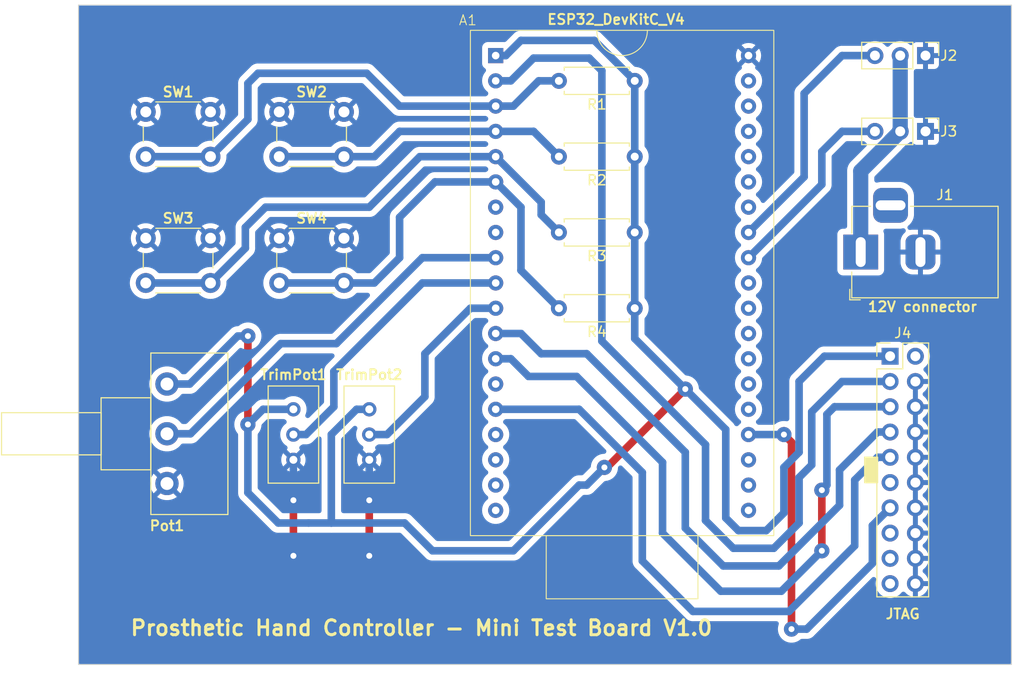
<source format=kicad_pcb>
(kicad_pcb (version 20221018) (generator pcbnew)
  (title_block (title "Mini Test Board") (date "2023-09-01") (rev "v1.0") (company "ProstheticHand") (comment 2 "creativecommons.org/license/by/4.0/") (comment 3 "License: CC BY 4.0") (comment 4 "Author: aleksaheler@gmail.com"))
  (layers (0 "F.Cu" signal) (31 "B.Cu" signal) (34 "B.Paste" user) (35 "F.Paste" user) (36 "B.SilkS" user "B.Silkscreen") (37 "F.SilkS" user "F.Silkscreen") (38 "B.Mask" user) (39 "F.Mask" user) (44 "Edge.Cuts" user))
  (net 0 "")
  (net 1 "VCC")
  (net 2 "Net-(A1-EN)")
  (net 3 "Net-(A1-VP)")
  (net 4 "Net-(A1-VN)")
  (net 5 "Net-(A1-34)")
  (net 6 "Net-(A1-35)")
  (net 9 "Net-(A1-25)")
  (net 10 "Net-(A1-26)")
  (net 11 "Net-(A1-27)")
  (net 12 "Net-(A1-14)")
  (net 13 "Net-(A1-12)")
  (net 15 "Net-(A1-13)")
  (net 23 "Net-(A1-15)")
  (net 30 "Net-(A1-18)")
  (net 31 "Net-(A1-19)")
  (net 38 "GND")
  (net 39 "Net-(J2-Pin_2)")
  (footprint "Button_Switch_THT:SW_PUSH_6mm" (layer "F.Cu") (at 91.85 64.08)
    (fp_text reference "SW1" (at 3.25 -2) (layer "F.SilkS") (effects (font (thickness 0.2) bold)))
    (fp_text value "SW_Push")
    (fp_line (start -0.25 1.5) (end -0.25 3) (stroke (width 0.12)) (layer "F.SilkS"))
    (fp_line (start 1 5.5) (end 5.5 5.5) (stroke (width 0.12)) (layer "F.SilkS"))
    (fp_line (start 5.5 -1) (end 1 -1) (stroke (width 0.12)) (layer "F.SilkS"))
    (fp_line (start 6.75 3) (end 6.75 1.5) (stroke (width 0.12)) (layer "F.SilkS"))
    (pad "1" thru_hole circle (at 0 0 90) (size 2 2) (drill 1.1) (layers "*.Cu" "*.Mask") (net 38 "GND"))
    (pad "1" thru_hole circle (at 6.5 0 90) (size 2 2) (drill 1.1) (layers "*.Cu" "*.Mask") (net 38 "GND"))
    (pad "2" thru_hole circle (at 0 4.5 90) (size 2 2) (drill 1.1) (layers "*.Cu" "*.Mask") (net 3 "Net-(A1-VP)"))
    (pad "2" thru_hole circle (at 6.5 4.5 90) (size 2 2) (drill 1.1) (layers "*.Cu" "*.Mask") (net 3 "Net-(A1-VP)"))
  )
  (footprint "Potentiometer_THT:Potentiometer_Bourns_3386C_Horizontal" (layer "F.Cu") (at 114.3 93.98)
    (fp_text reference "TrimPot2" (at 0 -3.475) (layer "F.SilkS") (effects (font (thickness 0.2) bold)))
    (fp_text value "10k")
    (fp_line (start -2.535 -2.345) (end -2.535 7.425) (stroke (width 0.12)) (layer "F.SilkS"))
    (fp_line (start -2.535 -2.345) (end 2.535 -2.345) (stroke (width 0.12)) (layer "F.SilkS"))
    (fp_line (start -2.535 7.425) (end 2.535 7.425) (stroke (width 0.12)) (layer "F.SilkS"))
    (fp_line (start 2.535 -2.345) (end 2.535 7.425) (stroke (width 0.12)) (layer "F.SilkS"))
    (pad "1" thru_hole circle (at 0 0) (size 1.44 1.44) (drill 0.8) (layers "*.Cu" "*.Mask") (net 1 "VCC"))
    (pad "2" thru_hole circle (at 0 2.54) (size 1.44 1.44) (drill 0.8) (layers "*.Cu" "*.Mask") (net 11 "Net-(A1-27)"))
    (pad "3" thru_hole circle (at 0 5.08) (size 1.44 1.44) (drill 0.8) (layers "*.Cu" "*.Mask") (net 38 "GND"))
  )
  (footprint "Resistor_THT:R_Axial_DIN0207_L6.3mm_D2.5mm_P7.62mm_Horizontal" (layer "F.Cu") (at 140.97 68.58 180)
    (fp_text reference "R2" (at 3.81 -2.37) (layer "F.SilkS"))
    (fp_text value "10k")
    (fp_line (start 0.54 -1.37) (end 7.08 -1.37) (stroke (width 0.12)) (layer "F.SilkS"))
    (fp_line (start 0.54 -1.04) (end 0.54 -1.37) (stroke (width 0.12)) (layer "F.SilkS"))
    (fp_line (start 0.54 1.04) (end 0.54 1.37) (stroke (width 0.12)) (layer "F.SilkS"))
    (fp_line (start 0.54 1.37) (end 7.08 1.37) (stroke (width 0.12)) (layer "F.SilkS"))
    (fp_line (start 7.08 -1.37) (end 7.08 -1.04) (stroke (width 0.12)) (layer "F.SilkS"))
    (fp_line (start 7.08 1.37) (end 7.08 1.04) (stroke (width 0.12)) (layer "F.SilkS"))
    (pad "1" thru_hole circle (at 0 0 180) (size 1.6 1.6) (drill 0.8) (layers "*.Cu" "*.Mask") (net 1 "VCC"))
    (pad "2" thru_hole oval (at 7.62 0 180) (size 1.6 1.6) (drill 0.8) (layers "*.Cu" "*.Mask") (net 4 "Net-(A1-VN)"))
  )
  (footprint "Button_Switch_THT:SW_PUSH_6mm" (layer "F.Cu") (at 105.26 76.78)
    (fp_text reference "SW4" (at 3.25 -2) (layer "F.SilkS") (effects (font (thickness 0.2) bold)))
    (fp_text value "SW_Push")
    (fp_line (start -0.25 1.5) (end -0.25 3) (stroke (width 0.12)) (layer "F.SilkS"))
    (fp_line (start 1 5.5) (end 5.5 5.5) (stroke (width 0.12)) (layer "F.SilkS"))
    (fp_line (start 5.5 -1) (end 1 -1) (stroke (width 0.12)) (layer "F.SilkS"))
    (fp_line (start 6.75 3) (end 6.75 1.5) (stroke (width 0.12)) (layer "F.SilkS"))
    (pad "1" thru_hole circle (at 0 0 90) (size 2 2) (drill 1.1) (layers "*.Cu" "*.Mask") (net 38 "GND"))
    (pad "1" thru_hole circle (at 6.5 0 90) (size 2 2) (drill 1.1) (layers "*.Cu" "*.Mask") (net 38 "GND"))
    (pad "2" thru_hole circle (at 0 4.5 90) (size 2 2) (drill 1.1) (layers "*.Cu" "*.Mask") (net 6 "Net-(A1-35)"))
    (pad "2" thru_hole circle (at 6.5 4.5 90) (size 2 2) (drill 1.1) (layers "*.Cu" "*.Mask") (net 6 "Net-(A1-35)"))
  )
  (footprint "Resistor_THT:R_Axial_DIN0207_L6.3mm_D2.5mm_P7.62mm_Horizontal" (layer "F.Cu") (at 140.97 76.2 180)
    (fp_text reference "R3" (at 3.81 -2.37) (layer "F.SilkS"))
    (fp_text value "10k")
    (fp_line (start 0.54 -1.37) (end 7.08 -1.37) (stroke (width 0.12)) (layer "F.SilkS"))
    (fp_line (start 0.54 -1.04) (end 0.54 -1.37) (stroke (width 0.12)) (layer "F.SilkS"))
    (fp_line (start 0.54 1.04) (end 0.54 1.37) (stroke (width 0.12)) (layer "F.SilkS"))
    (fp_line (start 0.54 1.37) (end 7.08 1.37) (stroke (width 0.12)) (layer "F.SilkS"))
    (fp_line (start 7.08 -1.37) (end 7.08 -1.04) (stroke (width 0.12)) (layer "F.SilkS"))
    (fp_line (start 7.08 1.37) (end 7.08 1.04) (stroke (width 0.12)) (layer "F.SilkS"))
    (pad "1" thru_hole circle (at 0 0 180) (size 1.6 1.6) (drill 0.8) (layers "*.Cu" "*.Mask") (net 1 "VCC"))
    (pad "2" thru_hole oval (at 7.62 0 180) (size 1.6 1.6) (drill 0.8) (layers "*.Cu" "*.Mask") (net 5 "Net-(A1-34)"))
  )
  (footprint "Potentiometer_THT:Potentiometer_Bourns_3386C_Horizontal" (layer "F.Cu") (at 106.68 93.98)
    (fp_text reference "TrimPot1" (at 0 -3.475) (layer "F.SilkS") (effects (font (thickness 0.2) bold)))
    (fp_text value "10k")
    (fp_line (start -2.535 -2.345) (end -2.535 7.425) (stroke (width 0.12)) (layer "F.SilkS"))
    (fp_line (start -2.535 -2.345) (end 2.535 -2.345) (stroke (width 0.12)) (layer "F.SilkS"))
    (fp_line (start -2.535 7.425) (end 2.535 7.425) (stroke (width 0.12)) (layer "F.SilkS"))
    (fp_line (start 2.535 -2.345) (end 2.535 7.425) (stroke (width 0.12)) (layer "F.SilkS"))
    (pad "1" thru_hole circle (at 0 0) (size 1.44 1.44) (drill 0.8) (layers "*.Cu" "*.Mask") (net 1 "VCC"))
    (pad "2" thru_hole circle (at 0 2.54) (size 1.44 1.44) (drill 0.8) (layers "*.Cu" "*.Mask") (net 10 "Net-(A1-26)"))
    (pad "3" thru_hole circle (at 0 5.08) (size 1.44 1.44) (drill 0.8) (layers "*.Cu" "*.Mask") (net 38 "GND"))
  )
  (footprint "Connector_PinHeader_2.54mm:PinHeader_1x03_P2.54mm_Vertical" (layer "F.Cu") (at 170.18 58.42 -90)
    (fp_text reference "J2" (at 0 -2.33 -180) (layer "F.SilkS"))
    (fp_text value "Servo 1")
    (fp_line (start -1.33 -1.33) (end 0 -1.33) (stroke (width 0.12)) (layer "F.SilkS"))
    (fp_line (start -1.33 0) (end -1.33 -1.33) (stroke (width 0.12)) (layer "F.SilkS"))
    (fp_line (start -1.33 1.27) (end -1.33 6.41) (stroke (width 0.12)) (layer "F.SilkS"))
    (fp_line (start -1.33 1.27) (end 1.33 1.27) (stroke (width 0.12)) (layer "F.SilkS"))
    (fp_line (start -1.33 6.41) (end 1.33 6.41) (stroke (width 0.12)) (layer "F.SilkS"))
    (fp_line (start 1.33 1.27) (end 1.33 6.41) (stroke (width 0.12)) (layer "F.SilkS"))
    (pad "1" thru_hole rect (at 0 0 270) (size 1.7 1.7) (drill 1) (layers "*.Cu" "*.Mask") (net 38 "GND"))
    (pad "2" thru_hole oval (at 0 2.54 270) (size 1.7 1.7) (drill 1) (layers "*.Cu" "*.Mask") (net 39 "Net-(J2-Pin_2)"))
    (pad "3" thru_hole oval (at 0 5.08 270) (size 1.7 1.7) (drill 1) (layers "*.Cu" "*.Mask") (net 31 "Net-(A1-19)"))
  )
  (footprint "Connector_PinHeader_2.54mm:PinHeader_1x03_P2.54mm_Vertical" (layer "F.Cu") (at 170.18 66.04 -90)
    (fp_text reference "J3" (at 0 -2.33 -180) (layer "F.SilkS"))
    (fp_text value "Servo 2")
    (fp_line (start -1.33 -1.33) (end 0 -1.33) (stroke (width 0.12)) (layer "F.SilkS"))
    (fp_line (start -1.33 0) (end -1.33 -1.33) (stroke (width 0.12)) (layer "F.SilkS"))
    (fp_line (start -1.33 1.27) (end -1.33 6.41) (stroke (width 0.12)) (layer "F.SilkS"))
    (fp_line (start -1.33 1.27) (end 1.33 1.27) (stroke (width 0.12)) (layer "F.SilkS"))
    (fp_line (start -1.33 6.41) (end 1.33 6.41) (stroke (width 0.12)) (layer "F.SilkS"))
    (fp_line (start 1.33 1.27) (end 1.33 6.41) (stroke (width 0.12)) (layer "F.SilkS"))
    (pad "1" thru_hole rect (at 0 0 270) (size 1.7 1.7) (drill 1) (layers "*.Cu" "*.Mask") (net 38 "GND"))
    (pad "2" thru_hole oval (at 0 2.54 270) (size 1.7 1.7) (drill 1) (layers "*.Cu" "*.Mask") (net 39 "Net-(J2-Pin_2)"))
    (pad "3" thru_hole oval (at 0 5.08 270) (size 1.7 1.7) (drill 1) (layers "*.Cu" "*.Mask") (net 30 "Net-(A1-18)"))
  )
  (footprint "Button_Switch_THT:SW_PUSH_6mm" (layer "F.Cu") (at 91.85 76.78)
    (fp_text reference "SW3" (at 3.25 -2) (layer "F.SilkS") (effects (font (thickness 0.2) bold)))
    (fp_text value "SW_Push")
    (fp_line (start -0.25 1.5) (end -0.25 3) (stroke (width 0.12)) (layer "F.SilkS"))
    (fp_line (start 1 5.5) (end 5.5 5.5) (stroke (width 0.12)) (layer "F.SilkS"))
    (fp_line (start 5.5 -1) (end 1 -1) (stroke (width 0.12)) (layer "F.SilkS"))
    (fp_line (start 6.75 3) (end 6.75 1.5) (stroke (width 0.12)) (layer "F.SilkS"))
    (pad "1" thru_hole circle (at 0 0 90) (size 2 2) (drill 1.1) (layers "*.Cu" "*.Mask") (net 38 "GND"))
    (pad "1" thru_hole circle (at 6.5 0 90) (size 2 2) (drill 1.1) (layers "*.Cu" "*.Mask") (net 38 "GND"))
    (pad "2" thru_hole circle (at 0 4.5 90) (size 2 2) (drill 1.1) (layers "*.Cu" "*.Mask") (net 5 "Net-(A1-34)"))
    (pad "2" thru_hole circle (at 6.5 4.5 90) (size 2 2) (drill 1.1) (layers "*.Cu" "*.Mask") (net 5 "Net-(A1-34)"))
  )
  (footprint "FootprintLibrary:ICM_ESP32_DevKitC_V4" (layer "F.Cu") (at 139.7 81.28 -90)
    (fp_text reference "A1" (at -26.416 15.494 unlocked) (layer "F.SilkS") (effects (font (thickness 0.1))))
    (fp_text value "ESP32")
    (fp_text user "ESP32_DevKitC_V4" (at -25.908 7.62 unlocked) (layer "F.SilkS") (effects (font (thickness 0.2) bold) (justify left bottom)))
    (fp_rect (start -25.4 -15.24) (end 25.4 15.24) (stroke (width 0.1)) (fill none) (layer "F.SilkS"))
    (fp_rect (start 25.4 -7.62) (end 31.75 7.62) (stroke (width 0.1)) (fill none) (layer "F.SilkS"))
    (fp_arc (start -25.4 -2.54) (mid -22.86 0) (end -25.4 2.54) (stroke (width 0.1)) (layer "F.SilkS"))
    (pad "1" thru_hole rect (at -22.86 12.7 270) (size 1.524 1.524) (drill 0.762) (layers "*.Cu" "*.Mask") (net 1 "VCC"))
    (pad "2" thru_hole circle (at -20.32 12.7 270) (size 1.524 1.524) (drill 0.762) (layers "*.Cu" "*.Mask") (net 2 "Net-(A1-EN)"))
    (pad "3" thru_hole circle (at -17.78 12.7 270) (size 1.524 1.524) (drill 0.762) (layers "*.Cu" "*.Mask") (net 3 "Net-(A1-VP)"))
    (pad "4" thru_hole circle (at -15.24 12.7 270) (size 1.524 1.524) (drill 0.762) (layers "*.Cu" "*.Mask") (net 4 "Net-(A1-VN)"))
    (pad "5" thru_hole circle (at -12.7 12.7 270) (size 1.524 1.524) (drill 0.762) (layers "*.Cu" "*.Mask") (net 5 "Net-(A1-34)"))
    (pad "6" thru_hole circle (at -10.16 12.7 270) (size 1.524 1.524) (drill 0.762) (layers "*.Cu" "*.Mask") (net 6 "Net-(A1-35)"))
    (pad "7" thru_hole circle (at -7.62 12.7 270) (size 1.524 1.524) (drill 0.762) (layers "*.Cu" "*.Mask"))
    (pad "8" thru_hole circle (at -5.08 12.7 270) (size 1.524 1.524) (drill 0.762) (layers "*.Cu" "*.Mask"))
    (pad "9" thru_hole circle (at -2.54 12.7 270) (size 1.524 1.524) (drill 0.762) (layers "*.Cu" "*.Mask") (net 9 "Net-(A1-25)"))
    (pad "10" thru_hole circle (at 0 12.7 270) (size 1.524 1.524) (drill 0.762) (layers "*.Cu" "*.Mask") (net 10 "Net-(A1-26)"))
    (pad "11" thru_hole circle (at 2.54 12.7 270) (size 1.524 1.524) (drill 0.762) (layers "*.Cu" "*.Mask") (net 11 "Net-(A1-27)"))
    (pad "12" thru_hole circle (at 5.08 12.7 270) (size 1.524 1.524) (drill 0.762) (layers "*.Cu" "*.Mask") (net 12 "Net-(A1-14)"))
    (pad "13" thru_hole circle (at 7.62 12.7 270) (size 1.524 1.524) (drill 0.762) (layers "*.Cu" "*.Mask") (net 13 "Net-(A1-12)"))
    (pad "14" thru_hole circle (at 10.16 12.7 270) (size 1.524 1.524) (drill 0.762) (layers "*.Cu" "*.Mask"))
    (pad "15" thru_hole circle (at 12.7 12.7 270) (size 1.524 1.524) (drill 0.762) (layers "*.Cu" "*.Mask") (net 15 "Net-(A1-13)"))
    (pad "16" thru_hole circle (at 15.24 12.7 270) (size 1.524 1.524) (drill 0.762) (layers "*.Cu" "*.Mask"))
    (pad "17" thru_hole circle (at 17.78 12.7 270) (size 1.524 1.524) (drill 0.762) (layers "*.Cu" "*.Mask"))
    (pad "18" thru_hole circle (at 20.32 12.7 270) (size 1.524 1.524) (drill 0.762) (layers "*.Cu" "*.Mask"))
    (pad "19" thru_hole circle (at 22.86 12.7 270) (size 1.524 1.524) (drill 0.762) (layers "*.Cu" "*.Mask"))
    (pad "20" thru_hole circle (at 22.86 -12.7 270) (size 1.524 1.524) (drill 0.762) (layers "*.Cu" "*.Mask"))
    (pad "21" thru_hole circle (at 20.32 -12.7 270) (size 1.524 1.524) (drill 0.762) (layers "*.Cu" "*.Mask"))
    (pad "22" thru_hole circle (at 17.78 -12.7 270) (size 1.524 1.524) (drill 0.762) (layers "*.Cu" "*.Mask"))
    (pad "23" thru_hole circle (at 15.24 -12.7 270) (size 1.524 1.524) (drill 0.762) (layers "*.Cu" "*.Mask") (net 23 "Net-(A1-15)"))
    (pad "24" thru_hole circle (at 12.7 -12.7 270) (size 1.524 1.524) (drill 0.762) (layers "*.Cu" "*.Mask"))
    (pad "25" thru_hole circle (at 10.16 -12.7 270) (size 1.524 1.524) (drill 0.762) (layers "*.Cu" "*.Mask"))
    (pad "26" thru_hole circle (at 7.62 -12.7 270) (size 1.524 1.524) (drill 0.762) (layers "*.Cu" "*.Mask"))
    (pad "27" thru_hole circle (at 5.08 -12.7 270) (size 1.524 1.524) (drill 0.762) (layers "*.Cu" "*.Mask"))
    (pad "28" thru_hole circle (at 2.54 -12.7 270) (size 1.524 1.524) (drill 0.762) (layers "*.Cu" "*.Mask"))
    (pad "29" thru_hole circle (at 0 -12.7 270) (size 1.524 1.524) (drill 0.762) (layers "*.Cu" "*.Mask"))
    (pad "30" thru_hole circle (at -2.54 -12.7 270) (size 1.524 1.524) (drill 0.762) (layers "*.Cu" "*.Mask") (net 30 "Net-(A1-18)"))
    (pad "31" thru_hole circle (at -5.08 -12.7 270) (size 1.524 1.524) (drill 0.762) (layers "*.Cu" "*.Mask") (net 31 "Net-(A1-19)"))
    (pad "32" thru_hole circle (at -7.62 -12.7 270) (size 1.524 1.524) (drill 0.762) (layers "*.Cu" "*.Mask"))
    (pad "33" thru_hole circle (at -10.16 -12.7 270) (size 1.524 1.524) (drill 0.762) (layers "*.Cu" "*.Mask"))
    (pad "34" thru_hole circle (at -12.7 -12.7 270) (size 1.524 1.524) (drill 0.762) (layers "*.Cu" "*.Mask"))
    (pad "35" thru_hole circle (at -15.24 -12.7 270) (size 1.524 1.524) (drill 0.762) (layers "*.Cu" "*.Mask"))
    (pad "36" thru_hole circle (at -17.78 -12.7 270) (size 1.524 1.524) (drill 0.762) (layers "*.Cu" "*.Mask"))
    (pad "37" thru_hole circle (at -20.32 -12.7 270) (size 1.524 1.524) (drill 0.762) (layers "*.Cu" "*.Mask"))
    (pad "38" thru_hole circle (at -22.86 -12.7 270) (size 1.524 1.524) (drill 0.762) (layers "*.Cu" "*.Mask") (net 38 "GND"))
  )
  (footprint "Resistor_THT:R_Axial_DIN0207_L6.3mm_D2.5mm_P7.62mm_Horizontal" (layer "F.Cu") (at 140.97 83.82 180)
    (fp_text reference "R4" (at 3.81 -2.37) (layer "F.SilkS"))
    (fp_text value "10k")
    (fp_line (start 0.54 -1.37) (end 7.08 -1.37) (stroke (width 0.12)) (layer "F.SilkS"))
    (fp_line (start 0.54 -1.04) (end 0.54 -1.37) (stroke (width 0.12)) (layer "F.SilkS"))
    (fp_line (start 0.54 1.04) (end 0.54 1.37) (stroke (width 0.12)) (layer "F.SilkS"))
    (fp_line (start 0.54 1.37) (end 7.08 1.37) (stroke (width 0.12)) (layer "F.SilkS"))
    (fp_line (start 7.08 -1.37) (end 7.08 -1.04) (stroke (width 0.12)) (layer "F.SilkS"))
    (fp_line (start 7.08 1.37) (end 7.08 1.04) (stroke (width 0.12)) (layer "F.SilkS"))
    (pad "1" thru_hole circle (at 0 0 180) (size 1.6 1.6) (drill 0.8) (layers "*.Cu" "*.Mask") (net 1 "VCC"))
    (pad "2" thru_hole oval (at 7.62 0 180) (size 1.6 1.6) (drill 0.8) (layers "*.Cu" "*.Mask") (net 6 "Net-(A1-35)"))
  )
  (footprint "Connector_PinHeader_2.54mm:PinHeader_2x10_P2.54mm_Vertical" (layer "F.Cu") (at 166.624 88.646)
    (fp_text reference "J4" (at 1.27 -2.33) (layer "F.SilkS"))
    (fp_text value "JTAG" (at 1.27 25.908) (layer "F.SilkS") (effects (font (thickness 0.2) bold)))
    (fp_line (start -1.33 -1.33) (end 0 -1.33) (stroke (width 0.12)) (layer "F.SilkS"))
    (fp_line (start -1.33 0) (end -1.33 -1.33) (stroke (width 0.12)) (layer "F.SilkS"))
    (fp_line (start -1.33 1.27) (end -1.33 24.19) (stroke (width 0.12)) (layer "F.SilkS"))
    (fp_line (start -1.33 1.27) (end 1.27 1.27) (stroke (width 0.12)) (layer "F.SilkS"))
    (fp_line (start -1.33 24.19) (end 3.87 24.19) (stroke (width 0.12)) (layer "F.SilkS"))
    (fp_line (start 1.27 -1.33) (end 3.87 -1.33) (stroke (width 0.12)) (layer "F.SilkS"))
    (fp_line (start 1.27 1.27) (end 1.27 -1.33) (stroke (width 0.12)) (layer "F.SilkS"))
    (fp_line (start 3.87 -1.33) (end 3.87 24.19) (stroke (width 0.12)) (layer "F.SilkS"))
    (pad "1" thru_hole rect (at 0 0) (size 1.7 1.7) (drill 1) (layers "*.Cu" "*.Mask") (net 1 "VCC"))
    (pad "2" thru_hole oval (at 2.54 0) (size 1.7 1.7) (drill 1) (layers "*.Cu" "*.Mask"))
    (pad "3" thru_hole oval (at 0 2.54) (size 1.7 1.7) (drill 1) (layers "*.Cu" "*.Mask") (net 2 "Net-(A1-EN)"))
    (pad "4" thru_hole oval (at 2.54 2.54) (size 1.7 1.7) (drill 1) (layers "*.Cu" "*.Mask") (net 38 "GND"))
    (pad "5" thru_hole oval (at 0 5.08) (size 1.7 1.7) (drill 1) (layers "*.Cu" "*.Mask") (net 13 "Net-(A1-12)"))
    (pad "6" thru_hole oval (at 2.54 5.08) (size 1.7 1.7) (drill 1) (layers "*.Cu" "*.Mask") (net 38 "GND"))
    (pad "7" thru_hole oval (at 0 7.62) (size 1.7 1.7) (drill 1) (layers "*.Cu" "*.Mask") (net 12 "Net-(A1-14)"))
    (pad "8" thru_hole oval (at 2.54 7.62) (size 1.7 1.7) (drill 1) (layers "*.Cu" "*.Mask") (net 38 "GND"))
    (pad "9" thru_hole oval (at 0 10.16) (size 1.7 1.7) (drill 1) (layers "*.Cu" "*.Mask") (net 15 "Net-(A1-13)"))
    (pad "10" thru_hole oval (at 2.54 10.16) (size 1.7 1.7) (drill 1) (layers "*.Cu" "*.Mask") (net 38 "GND"))
    (pad "11" thru_hole oval (at 0 12.7) (size 1.7 1.7) (drill 1) (layers "*.Cu" "*.Mask"))
    (pad "12" thru_hole oval (at 2.54 12.7) (size 1.7 1.7) (drill 1) (layers "*.Cu" "*.Mask") (net 38 "GND"))
    (pad "13" thru_hole oval (at 0 15.24) (size 1.7 1.7) (drill 1) (layers "*.Cu" "*.Mask") (net 23 "Net-(A1-15)"))
    (pad "14" thru_hole oval (at 2.54 15.24) (size 1.7 1.7) (drill 1) (layers "*.Cu" "*.Mask") (net 38 "GND"))
    (pad "15" thru_hole oval (at 0 17.78) (size 1.7 1.7) (drill 1) (layers "*.Cu" "*.Mask"))
    (pad "16" thru_hole oval (at 2.54 17.78) (size 1.7 1.7) (drill 1) (layers "*.Cu" "*.Mask") (net 38 "GND"))
    (pad "17" thru_hole oval (at 0 20.32) (size 1.7 1.7) (drill 1) (layers "*.Cu" "*.Mask"))
    (pad "18" thru_hole oval (at 2.54 20.32) (size 1.7 1.7) (drill 1) (layers "*.Cu" "*.Mask") (net 38 "GND"))
    (pad "19" thru_hole oval (at 0 22.86) (size 1.7 1.7) (drill 1) (layers "*.Cu" "*.Mask"))
    (pad "20" thru_hole oval (at 2.54 22.86) (size 1.7 1.7) (drill 1) (layers "*.Cu" "*.Mask") (net 38 "GND"))
  )
  (footprint "Button_Switch_THT:SW_PUSH_6mm" (layer "F.Cu") (at 105.26 64.08)
    (fp_text reference "SW2" (at 3.25 -2) (layer "F.SilkS") (effects (font (thickness 0.2) bold)))
    (fp_text value "SW_Push")
    (fp_line (start -0.25 1.5) (end -0.25 3) (stroke (width 0.12)) (layer "F.SilkS"))
    (fp_line (start 1 5.5) (end 5.5 5.5) (stroke (width 0.12)) (layer "F.SilkS"))
    (fp_line (start 5.5 -1) (end 1 -1) (stroke (width 0.12)) (layer "F.SilkS"))
    (fp_line (start 6.75 3) (end 6.75 1.5) (stroke (width 0.12)) (layer "F.SilkS"))
    (pad "1" thru_hole circle (at 0 0 90) (size 2 2) (drill 1.1) (layers "*.Cu" "*.Mask") (net 38 "GND"))
    (pad "1" thru_hole circle (at 6.5 0 90) (size 2 2) (drill 1.1) (layers "*.Cu" "*.Mask") (net 38 "GND"))
    (pad "2" thru_hole circle (at 0 4.5 90) (size 2 2) (drill 1.1) (layers "*.Cu" "*.Mask") (net 4 "Net-(A1-VN)"))
    (pad "2" thru_hole circle (at 6.5 4.5 90) (size 2 2) (drill 1.1) (layers "*.Cu" "*.Mask") (net 4 "Net-(A1-VN)"))
  )
  (footprint "Connector_BarrelJack:BarrelJack_Horizontal" (layer "F.Cu") (at 163.672 78.1735 180)
    (fp_text reference "J1" (at -8.45 5.75) (layer "F.SilkS"))
    (fp_text value "12V connector" (at -6.2 -5.5) (layer "F.SilkS") (effects (font (thickness 0.2) bold)))
    (fp_line (start -13.8 -4.6) (end 0.9 -4.6) (stroke (width 0.12)) (layer "F.SilkS"))
    (fp_line (start -13.8 4.6) (end -13.8 -4.6) (stroke (width 0.12)) (layer "F.SilkS"))
    (fp_line (start -5 4.6) (end -13.8 4.6) (stroke (width 0.12)) (layer "F.SilkS"))
    (fp_line (start 0.05 -4.8) (end 1.1 -4.8) (stroke (width 0.12)) (layer "F.SilkS"))
    (fp_line (start 0.9 -4.6) (end 0.9 -2) (stroke (width 0.12)) (layer "F.SilkS"))
    (fp_line (start 0.9 1.9) (end 0.9 4.6) (stroke (width 0.12)) (layer "F.SilkS"))
    (fp_line (start 0.9 4.6) (end -1 4.6) (stroke (width 0.12)) (layer "F.SilkS"))
    (fp_line (start 1.1 -3.75) (end 1.1 -4.8) (stroke (width 0.12)) (layer "F.SilkS"))
    (pad "1" thru_hole rect (at 0 0 180) (size 3.5 3.5) (drill oval 1 3) (layers "*.Cu" "*.Mask") (net 39 "Net-(J2-Pin_2)"))
    (pad "2" thru_hole roundrect (at -6 0 180) (size 3 3.5) (drill oval 1 3) (layers "*.Cu" "*.Mask") (net 38 "GND"))
    (pad "3" thru_hole roundrect (at -3 4.7 180) (size 3.5 3.5) (drill oval 3 1) (layers "*.Cu" "*.Mask"))
  )
  (footprint "Potentiometer_THT:Potentiometer_Piher_T-16H_Single_Horizontal" (layer "F.Cu") (at 93.98 91.44 180)
    (fp_text reference "Pot1" (at 0 -14.25) (layer "F.SilkS") (effects (font (thickness 0.2) bold)))
    (fp_text value "10k")
    (fp_line (start -6.12 -13.12) (end -6.12 3.12) (stroke (width 0.12)) (layer "F.SilkS"))
    (fp_line (start -6.12 -13.12) (end 1.62 -13.12) (stroke (width 0.12)) (layer "F.SilkS"))
    (fp_line (start -6.12 3.12) (end 1.62 3.12) (stroke (width 0.12)) (layer "F.SilkS"))
    (fp_line (start 1.62 -13.12) (end 1.62 3.12) (stroke (width 0.12)) (layer "F.SilkS"))
    (fp_line (start 1.62 -8.62) (end 1.62 -1.38) (stroke (width 0.12)) (layer "F.SilkS"))
    (fp_line (start 1.62 -8.62) (end 6.62 -8.62) (stroke (width 0.12)) (layer "F.SilkS"))
    (fp_line (start 1.62 -1.38) (end 6.62 -1.38) (stroke (width 0.12)) (layer "F.SilkS"))
    (fp_line (start 6.62 -8.62) (end 6.62 -1.38) (stroke (width 0.12)) (layer "F.SilkS"))
    (fp_line (start 6.62 -7.12) (end 6.62 -2.88) (stroke (width 0.12)) (layer "F.SilkS"))
    (fp_line (start 6.62 -7.12) (end 16.62 -7.12) (stroke (width 0.12)) (layer "F.SilkS"))
    (fp_line (start 6.62 -2.88) (end 16.62 -2.88) (stroke (width 0.12)) (layer "F.SilkS"))
    (fp_line (start 16.62 -7.12) (end 16.62 -2.88) (stroke (width 0.12)) (layer "F.SilkS"))
    (pad "1" thru_hole circle (at 0 0 180) (size 2.34 2.34) (drill 1.3) (layers "*.Cu" "*.Mask") (net 1 "VCC"))
    (pad "2" thru_hole circle (at 0 -5 180) (size 2.34 2.34) (drill 1.3) (layers "*.Cu" "*.Mask") (net 9 "Net-(A1-25)"))
    (pad "3" thru_hole circle (at 0 -10 180) (size 2.34 2.34) (drill 1.3) (layers "*.Cu" "*.Mask") (net 38 "GND"))
  )
  (footprint "Resistor_THT:R_Axial_DIN0207_L6.3mm_D2.5mm_P7.62mm_Horizontal" (layer "F.Cu") (at 140.97 60.96 180)
    (fp_text reference "R1" (at 3.81 -2.37) (layer "F.SilkS"))
    (fp_text value "10k")
    (fp_line (start 0.54 -1.37) (end 7.08 -1.37) (stroke (width 0.12)) (layer "F.SilkS"))
    (fp_line (start 0.54 -1.04) (end 0.54 -1.37) (stroke (width 0.12)) (layer "F.SilkS"))
    (fp_line (start 0.54 1.04) (end 0.54 1.37) (stroke (width 0.12)) (layer "F.SilkS"))
    (fp_line (start 0.54 1.37) (end 7.08 1.37) (stroke (width 0.12)) (layer "F.SilkS"))
    (fp_line (start 7.08 -1.37) (end 7.08 -1.04) (stroke (width 0.12)) (layer "F.SilkS"))
    (fp_line (start 7.08 1.37) (end 7.08 1.04) (stroke (width 0.12)) (layer "F.SilkS"))
    (pad "1" thru_hole circle (at 0 0 180) (size 1.6 1.6) (drill 0.8) (layers "*.Cu" "*.Mask") (net 1 "VCC"))
    (pad "2" thru_hole oval (at 7.62 0 180) (size 1.6 1.6) (drill 0.8) (layers "*.Cu" "*.Mask") (net 3 "Net-(A1-VP)"))
  )
  (gr_rect (start 164.084 98.806) (end 165.354 101.346) (stroke (width 0.15)) (fill solid) (layer "F.SilkS"))
  (gr_rect (start 85.09 53.34) (end 178.816 119.634) (stroke (width 0.1)) (fill none) (layer "Edge.Cuts"))
  (gr_text "Prosthetic Hand Controller - Mini Test Board V1.0" (at 90.17 116.84) (layer "F.SilkS") (effects (font (size 1.5 1.5) (thickness 0.3) bold) (justify left bottom)))
  (segment (start 138.176 99.822) (end 137.922 99.822) (width 0.762) (layer "F.Cu") (net 1))
  (segment (start 146.05 91.948) (end 138.176 99.822) (width 0.762) (layer "F.Cu") (net 1))
  (segment (start 102.108 95.504) (end 102.108 86.614) (width 0.762) (layer "F.Cu") (net 1))
  (via (at 137.922 99.822) (size 1.524) (drill 0.6) (layers "F.Cu" "B.Cu") (net 1))
  (via (at 102.108 95.504) (size 1.524) (drill 0.6) (layers "F.Cu" "B.Cu") (net 1))
  (via (at 146.05 91.948) (size 1.524) (drill 0.6) (layers "F.Cu" "B.Cu") (net 1))
  (via (at 102.108 86.614) (size 1.524) (drill 0.6) (layers "F.Cu" "B.Cu") (net 1))
  (segment (start 157.48 98.298) (end 157.48 91.186) (width 0.762) (layer "B.Cu") (net 1))
  (segment (start 93.98 91.44) (end 96.266 91.44) (width 0.762) (layer "B.Cu") (net 1))
  (segment (start 140.97 86.868) (end 140.97 83.82) (width 0.762) (layer "B.Cu") (net 1))
  (segment (start 108.204 105.41) (end 110.49 105.41) (width 0.762) (layer "B.Cu") (net 1))
  (segment (start 110.49 96.52) (end 110.49 105.41) (width 0.762) (layer "B.Cu") (net 1))
  (segment (start 157.48 91.186) (end 160.02 88.646) (width 0.762) (layer "B.Cu") (net 1))
  (segment (start 97.536 90.17) (end 101.092 86.614) (width 0.762) (layer "B.Cu") (net 1))
  (segment (start 117.856 105.41) (end 120.65 108.204) (width 0.762) (layer "B.Cu") (net 1))
  (segment (start 120.65 108.204) (end 128.778 108.204) (width 0.762) (layer "B.Cu") (net 1))
  (segment (start 128.016 58.42) (end 129.54 56.896) (width 0.762) (layer "B.Cu") (net 1))
  (segment (start 96.266 91.44) (end 97.536 90.17) (width 0.762) (layer "B.Cu") (net 1))
  (segment (start 103.632 93.98) (end 102.108 95.504) (width 0.762) (layer "B.Cu") (net 1))
  (segment (start 150.114 96.012) (end 150.114 104.902) (width 0.762) (layer "B.Cu") (net 1))
  (segment (start 129.54 56.896) (end 136.906 56.896) (width 0.762) (layer "B.Cu") (net 1))
  (segment (start 101.092 86.614) (end 102.108 86.614) (width 0.762) (layer "B.Cu") (net 1))
  (segment (start 140.97 76.2) (end 140.97 83.82) (width 0.762) (layer "B.Cu") (net 1))
  (segment (start 128.778 108.204) (end 135.382 101.6) (width 0.762) (layer "B.Cu") (net 1))
  (segment (start 146.05 91.948) (end 140.97 86.868) (width 0.762) (layer "B.Cu") (net 1))
  (segment (start 137.922 99.822) (end 136.144 101.6) (width 0.762) (layer "B.Cu") (net 1))
  (segment (start 146.05 91.948) (end 150.114 96.012) (width 0.762) (layer "B.Cu") (net 1))
  (segment (start 160.02 88.646) (end 166.624 88.646) (width 0.762) (layer "B.Cu") (net 1))
  (segment (start 140.97 60.96) (end 140.97 68.58) (width 0.762) (layer "B.Cu") (net 1))
  (segment (start 155.956 99.822) (end 155.956 104.394) (width 0.762) (layer "B.Cu") (net 1))
  (segment (start 151.384 106.172) (end 154.178 106.172) (width 0.762) (layer "B.Cu") (net 1))
  (segment (start 150.114 104.902) (end 151.384 106.172) (width 0.762) (layer "B.Cu") (net 1))
  (segment (start 114.3 93.98) (end 113.03 93.98) (width 0.762) (layer "B.Cu") (net 1))
  (segment (start 110.49 105.41) (end 117.856 105.41) (width 0.762) (layer "B.Cu") (net 1))
  (segment (start 105.156 105.41) (end 102.108 102.362) (width 0.762) (layer "B.Cu") (net 1))
  (segment (start 154.178 106.172) (end 155.956 104.394) (width 0.762) (layer "B.Cu") (net 1))
  (segment (start 136.906 56.896) (end 140.97 60.96) (width 0.762) (layer "B.Cu") (net 1))
  (segment (start 108.204 105.41) (end 105.156 105.41) (width 0.762) (layer "B.Cu") (net 1))
  (segment (start 113.03 93.98) (end 110.49 96.52) (width 0.762) (layer "B.Cu") (net 1))
  (segment (start 140.97 68.58) (end 140.97 76.2) (width 0.762) (layer "B.Cu") (net 1))
  (segment (start 102.108 102.362) (end 102.108 95.504) (width 0.762) (layer "B.Cu") (net 1))
  (segment (start 106.68 93.98) (end 103.632 93.98) (width 0.762) (layer "B.Cu") (net 1))
  (segment (start 127 58.42) (end 128.016 58.42) (width 0.762) (layer "B.Cu") (net 1))
  (segment (start 157.48 98.298) (end 155.956 99.822) (width 0.762) (layer "B.Cu") (net 1))
  (segment (start 136.144 101.6) (end 135.382 101.6) (width 0.762) (layer "B.Cu") (net 1))
  (segment (start 148.082 105.156) (end 150.876 107.95) (width 0.762) (layer "B.Cu") (net 2))
  (segment (start 127 60.96) (end 128.524 60.96) (width 0.762) (layer "B.Cu") (net 2))
  (segment (start 130.81 58.674) (end 136.398 58.674) (width 0.762) (layer "B.Cu") (net 2))
  (segment (start 136.398 58.674) (end 137.668 59.944) (width 0.762) (layer "B.Cu") (net 2))
  (segment (start 157.48 100.838) (end 158.75 99.568) (width 0.762) (layer "B.Cu") (net 2))
  (segment (start 158.75 99.568) (end 158.75 94.234) (width 0.762) (layer "B.Cu") (net 2))
  (segment (start 158.75 94.234) (end 161.798 91.186) (width 0.762) (layer "B.Cu") (net 2))
  (segment (start 137.668 87.122) (end 148.082 97.536) (width 0.762) (layer "B.Cu") (net 2))
  (segment (start 161.798 91.186) (end 166.624 91.186) (width 0.762) (layer "B.Cu") (net 2))
  (segment (start 154.94 107.95) (end 157.48 105.41) (width 0.762) (layer "B.Cu") (net 2))
  (segment (start 128.524 60.96) (end 130.81 58.674) (width 0.762) (layer "B.Cu") (net 2))
  (segment (start 148.082 97.536) (end 148.082 105.156) (width 0.762) (layer "B.Cu") (net 2))
  (segment (start 157.48 105.41) (end 157.48 100.838) (width 0.762) (layer "B.Cu") (net 2))
  (segment (start 137.668 59.944) (end 137.668 87.122) (width 0.762) (layer "B.Cu") (net 2))
  (segment (start 150.876 107.95) (end 154.94 107.95) (width 0.762) (layer "B.Cu") (net 2))
  (segment (start 114.046 60.198) (end 103.124 60.198) (width 0.762) (layer "B.Cu") (net 3))
  (segment (start 117.348 63.5) (end 114.046 60.198) (width 0.762) (layer "B.Cu") (net 3))
  (segment (start 124.46 63.5) (end 117.348 63.5) (width 0.762) (layer "B.Cu") (net 3))
  (segment (start 131.318 60.96) (end 128.778 63.5) (width 0.762) (layer "B.Cu") (net 3))
  (segment (start 98.35 68.58) (end 91.85 68.58) (width 0.762) (layer "B.Cu") (net 3))
  (segment (start 103.124 60.198) (end 102.108 61.214) (width 0.762) (layer "B.Cu") (net 3))
  (segment (start 102.108 61.214) (end 102.108 64.822) (width 0.762) (layer "B.Cu") (net 3))
  (segment (start 128.778 63.5) (end 124.46 63.5) (width 0.762) (layer "B.Cu") (net 3))
  (segment (start 133.35 60.96) (end 131.318 60.96) (width 0.762) (layer "B.Cu") (net 3))
  (segment (start 102.108 64.822) (end 98.35 68.58) (width 0.762) (layer "B.Cu") (net 3))
  (segment (start 124.46 66.04) (end 117.348 66.04) (width 0.762) (layer "B.Cu") (net 4))
  (segment (start 114.808 68.58) (end 111.76 68.58) (width 0.762) (layer "B.Cu") (net 4))
  (segment (start 130.81 66.04) (end 133.35 68.58) (width 0.762) (layer "B.Cu") (net 4))
  (segment (start 117.348 66.04) (end 114.808 68.58) (width 0.762) (layer "B.Cu") (net 4))
  (segment (start 105.26 68.58) (end 111.76 68.58) (width 0.762) (layer "B.Cu") (net 4))
  (segment (start 124.46 66.04) (end 130.81 66.04) (width 0.762) (layer "B.Cu") (net 4))
  (segment (start 124.46 68.58) (end 119.38 68.58) (width 0.762) (layer "B.Cu") (net 5))
  (segment (start 124.46 68.58) (end 127 68.58) (width 0.762) (layer "B.Cu") (net 5))
  (segment (start 131.572 73.152) (end 131.572 74.422) (width 0.762) (layer "B.Cu") (net 5))
  (segment (start 127 68.58) (end 131.572 73.152) (width 0.762) (layer "B.Cu") (net 5))
  (segment (start 101.854 75.692) (end 101.854 77.776) (width 0.762) (layer "B.Cu") (net 5))
  (segment (start 101.854 77.776) (end 98.35 81.28) (width 0.762) (layer "B.Cu") (net 5))
  (segment (start 103.886 73.66) (end 101.854 75.692) (width 0.762) (layer "B.Cu") (net 5))
  (segment (start 119.38 68.58) (end 114.3 73.66) (width 0.762) (layer "B.Cu") (net 5))
  (segment (start 131.572 74.422) (end 133.35 76.2) (width 0.762) (layer "B.Cu") (net 5))
  (segment (start 114.3 73.66) (end 103.886 73.66) (width 0.762) (layer "B.Cu") (net 5))
  (segment (start 98.35 81.28) (end 91.85 81.28) (width 0.762) (layer "B.Cu") (net 5))
  (segment (start 129.54 73.66) (end 129.54 80.01) (width 0.762) (layer "B.Cu") (net 6))
  (segment (start 129.54 80.01) (end 133.35 83.82) (width 0.762) (layer "B.Cu") (net 6))
  (segment (start 120.904 71.12) (end 117.348 74.676) (width 0.762) (layer "B.Cu") (net 6))
  (segment (start 117.348 74.676) (end 117.348 78.74) (width 0.762) (layer "B.Cu") (net 6))
  (segment (start 117.348 78.74) (end 114.808 81.28) (width 0.762) (layer "B.Cu") (net 6))
  (segment (start 111.76 81.28) (end 105.26 81.28) (width 0.762) (layer "B.Cu") (net 6))
  (segment (start 127 71.12) (end 129.54 73.66) (width 0.762) (layer "B.Cu") (net 6))
  (segment (start 114.808 81.28) (end 111.76 81.28) (width 0.762) (layer "B.Cu") (net 6))
  (segment (start 124.46 71.12) (end 120.904 71.12) (width 0.762) (layer "B.Cu") (net 6))
  (segment (start 124.46 71.12) (end 127 71.12) (width 0.762) (layer "B.Cu") (net 6))
  (segment (start 110.998 87.376) (end 119.634 78.74) (width 0.762) (layer "B.Cu") (net 9))
  (segment (start 119.634 78.74) (end 127 78.74) (width 0.762) (layer "B.Cu") (net 9))
  (segment (start 93.98 96.44) (end 96.346 96.44) (width 0.762) (layer "B.Cu") (net 9))
  (segment (start 105.41 87.376) (end 110.998 87.376) (width 0.762) (layer "B.Cu") (net 9))
  (segment (start 96.346 96.44) (end 105.41 87.376) (width 0.762) (layer "B.Cu") (net 9))
  (segment (start 106.68 96.52) (end 107.95 96.52) (width 0.762) (layer "B.Cu") (net 10))
  (segment (start 107.95 96.52) (end 110.744 93.726) (width 0.762) (layer "B.Cu") (net 10))
  (segment (start 110.744 90.17) (end 119.634 81.28) (width 0.762) (layer "B.Cu") (net 10))
  (segment (start 119.634 81.28) (end 127 81.28) (width 0.762) (layer "B.Cu") (net 10))
  (segment (start 110.744 93.726) (end 110.744 90.17) (width 0.762) (layer "B.Cu") (net 10))
  (segment (start 114.3 96.52) (end 116.078 96.52) (width 0.762) (layer "B.Cu") (net 11))
  (segment (start 119.888 88.392) (end 124.46 83.82) (width 0.762) (layer "B.Cu") (net 11))
  (segment (start 124.46 83.82) (end 127 83.82) (width 0.762) (layer "B.Cu") (net 11))
  (segment (start 119.888 92.71) (end 119.888 88.392) (width 0.762) (layer "B.Cu") (net 11))
  (segment (start 116.078 96.52) (end 119.888 92.71) (width 0.762) (layer "B.Cu") (net 11))
  (segment (start 149.86 109.728) (end 155.448 109.728) (width 0.762) (layer "B.Cu") (net 12))
  (segment (start 155.448 109.728) (end 161.544 103.632) (width 0.762) (layer "B.Cu") (net 12))
  (segment (start 129.54 86.36) (end 131.572 88.392) (width 0.762) (layer "B.Cu") (net 12))
  (segment (start 146.05 105.918) (end 149.86 109.728) (width 0.762) (layer "B.Cu") (net 12))
  (segment (start 161.544 100.076) (end 165.354 96.266) (width 0.762) (layer "B.Cu") (net 12))
  (segment (start 136.144 88.392) (end 146.05 98.298) (width 0.762) (layer "B.Cu") (net 12))
  (segment (start 161.544 103.632) (end 161.544 100.076) (width 0.762) (layer "B.Cu") (net 12))
  (segment (start 146.05 98.298) (end 146.05 105.918) (width 0.762) (layer "B.Cu") (net 12))
  (segment (start 165.354 96.266) (end 166.624 96.266) (width 0.762) (layer "B.Cu") (net 12))
  (segment (start 131.572 88.392) (end 136.144 88.392) (width 0.762) (layer "B.Cu") (net 12))
  (segment (start 127 86.36) (end 129.54 86.36) (width 0.762) (layer "B.Cu") (net 12))
  (segment (start 159.766 102.108) (end 159.766 108.204) (width 0.762) (layer "F.Cu") (net 13))
  (via (at 159.766 102.108) (size 1.524) (drill 0.6) (layers "F.Cu" "B.Cu") (net 13))
  (via (at 159.766 108.204) (size 1.524) (drill 0.6) (layers "F.Cu" "B.Cu") (net 13))
  (segment (start 130.302 90.678) (end 135.128 90.678) (width 0.762) (layer "B.Cu") (net 13))
  (segment (start 143.764 106.426) (end 149.606 112.268) (width 0.762) (layer "B.Cu") (net 13))
  (segment (start 159.766 102.108) (end 160.274 101.6) (width 0.762) (layer "B.Cu") (net 13))
  (segment (start 128.524 88.9) (end 130.302 90.678) (width 0.762) (layer "B.Cu") (net 13))
  (segment (start 160.274 101.6) (end 160.274 94.488) (width 0.762) (layer "B.Cu") (net 13))
  (segment (start 155.702 112.268) (end 159.258 108.712) (width 0.762) (layer "B.Cu") (net 13))
  (segment (start 161.036 93.726) (end 166.624 93.726) (width 0.762) (layer "B.Cu") (net 13))
  (segment (start 143.764 99.314) (end 143.764 106.426) (width 0.762) (layer "B.Cu") (net 13))
  (segment (start 160.274 94.488) (end 161.036 93.726) (width 0.762) (layer "B.Cu") (net 13))
  (segment (start 149.606 112.268) (end 155.702 112.268) (width 0.762) (layer "B.Cu") (net 13))
  (segment (start 127 88.9) (end 128.524 88.9) (width 0.762) (layer "B.Cu") (net 13))
  (segment (start 135.128 90.678) (end 143.764 99.314) (width 0.762) (layer "B.Cu") (net 13))
  (segment (start 146.812 114.3) (end 156.464 114.3) (width 0.762) (layer "B.Cu") (net 15))
  (segment (start 141.732 109.22) (end 146.812 114.3) (width 0.762) (layer "B.Cu") (net 15))
  (segment (start 165.354 98.806) (end 166.624 98.806) (width 0.762) (layer "B.Cu") (net 15))
  (segment (start 135.382 93.98) (end 141.732 100.33) (width 0.762) (layer "B.Cu") (net 15))
  (segment (start 163.068 101.092) (end 165.354 98.806) (width 0.762) (layer "B.Cu") (net 15))
  (segment (start 156.464 114.3) (end 163.068 107.696) (width 0.762) (layer "B.Cu") (net 15))
  (segment (start 163.068 107.696) (end 163.068 101.092) (width 0.762) (layer "B.Cu") (net 15))
  (segment (start 127 93.98) (end 135.382 93.98) (width 0.762) (layer "B.Cu") (net 15))
  (segment (start 141.732 100.33) (end 141.732 109.22) (width 0.762) (layer "B.Cu") (net 15))
  (segment (start 155.956 96.52) (end 156.718 97.282) (width 0.762) (layer "F.Cu") (net 23))
  (segment (start 156.718 97.282) (end 156.718 116.078) (width 0.762) (layer "F.Cu") (net 23))
  (via (at 156.718 116.078) (size 1.524) (drill 0.6) (layers "F.Cu" "B.Cu") (net 23))
  (via (at 155.956 96.52) (size 1.524) (drill 0.6) (layers "F.Cu" "B.Cu") (net 23))
  (segment (start 152.4 96.52) (end 155.956 96.52) (width 0.762) (layer "B.Cu") (net 23))
  (segment (start 158.242 116.078) (end 156.718 116.078) (width 0.762) (layer "B.Cu") (net 23))
  (segment (start 156.718 116.078) (end 156.972 116.078) (width 0.762) (layer "B.Cu") (net 23))
  (segment (start 164.846 109.474) (end 158.242 116.078) (width 0.762) (layer "B.Cu") (net 23))
  (segment (start 164.846 105.664) (end 164.846 109.474) (width 0.762) (layer "B.Cu") (net 23))
  (segment (start 166.624 103.886) (end 164.846 105.664) (width 0.762) (layer "B.Cu") (net 23))
  (segment (start 159.766 68.072) (end 159.766 71.374) (width 0.762) (layer "B.Cu") (net 30))
  (segment (start 159.766 71.374) (end 152.4 78.74) (width 0.762) (layer "B.Cu") (net 30))
  (segment (start 161.798 66.04) (end 159.766 68.072) (width 0.762) (layer "B.Cu") (net 30))
  (segment (start 165.1 66.04) (end 161.798 66.04) (width 0.762) (layer "B.Cu") (net 30))
  (segment (start 152.4 76.2) (end 157.988 70.612) (width 0.762) (layer "B.Cu") (net 31))
  (segment (start 157.988 70.612) (end 157.988 62.23) (width 0.762) (layer "B.Cu") (net 31))
  (segment (start 157.988 62.23) (end 161.798 58.42) (width 0.762) (layer "B.Cu") (net 31))
  (segment (start 161.798 58.42) (end 165.1 58.42) (width 0.762) (layer "B.Cu") (net 31))
  (segment (start 106.68 103.378) (end 106.68 108.712) (width 0.762) (layer "F.Cu") (net 38))
  (segment (start 114.3 103.124) (end 114.3 108.712) (width 0.762) (layer "F.Cu") (net 38))
  (via (at 114.3 103.124) (size 1.524) (drill 0.6) (layers "F.Cu" "B.Cu") (net 38))
  (via (at 106.68 108.712) (size 1.524) (drill 0.6) (layers "F.Cu" "B.Cu") (net 38))
  (via (at 114.3 108.712) (size 1.524) (drill 0.6) (layers "F.Cu" "B.Cu") (net 38))
  (via (at 106.68 103.124) (size 1.524) (drill 0.6) (layers "F.Cu" "B.Cu") (net 38))
  (segment (start 114.3 99.06) (end 114.3 103.124) (width 0.762) (layer "B.Cu") (net 38))
  (segment (start 106.68 99.06) (end 106.68 103.378) (width 0.762) (layer "B.Cu") (net 38))
  (segment (start 167.64 66.04) (end 167.64 58.42) (width 1.524) (layer "B.Cu") (net 39))
  (segment (start 163.672 70.030555) (end 166.720868 66.981687) (width 1.524) (layer "B.Cu") (net 39))
  (segment (start 163.672 78.1735) (end 163.672 70.030555) (width 1.524) (layer "B.Cu") (net 39))
  (segment (start 166.70959 66.97041) (end 167.64 66.04) (width 1.524) (layer "B.Cu") (net 39))
  (zone (net 38) (net_name "GND") (layer "B.Cu") (connect_pads (clearance 0.6)) (min_thickness 0.5) (fill yes (thermal_gap 0.5) (thermal_bridge_width 0.5))
    (polygon (pts (xy 84.328 120.904) (xy 84.582 52.832) (xy 179.832 52.832) (xy 180.086 120.904)))
  )
)
</source>
